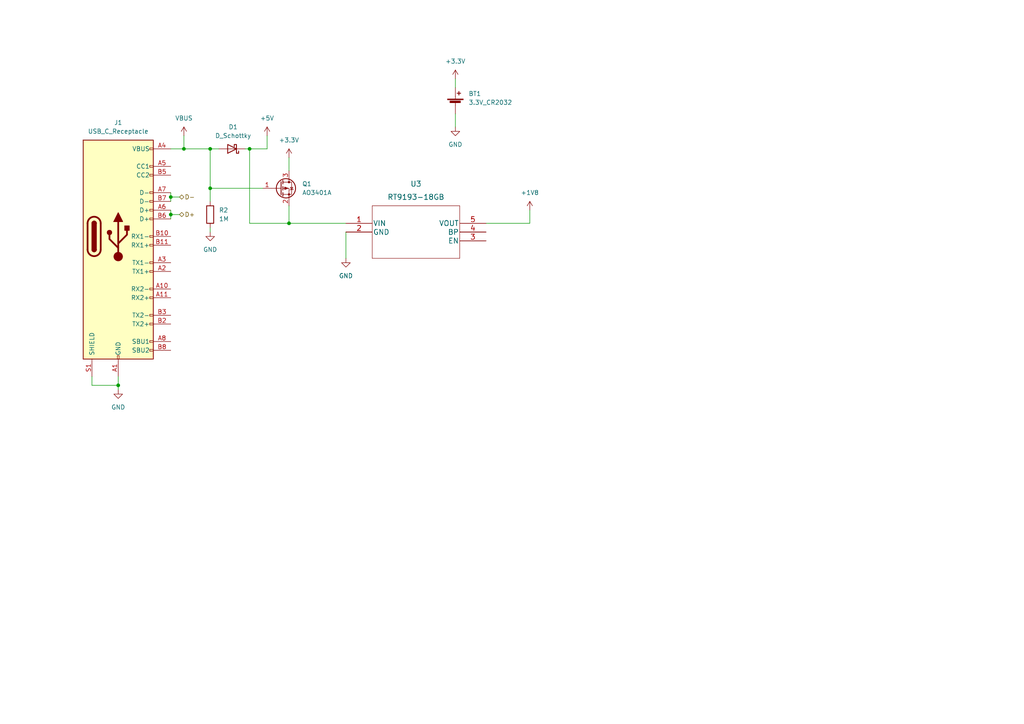
<source format=kicad_sch>
(kicad_sch (version 20211123) (generator eeschema)
  (paper "A4")
  (lib_symbols
    (symbol "Device:Battery_Cell" (pin_numbers hide) (pin_names (offset 0) hide)
      (property "Reference" "BT" (at 2.54 2.54 0))
      (property "Value" "Battery_Cell" (at 2.54 0 0))
      (symbol "Battery_Cell_0_1"
        (rectangle (start -2.286 1.778) (end 2.286 1.524) (fill (type outline)))
        (rectangle (start -1.5748 1.1938) (end 1.4732 0.6858) (fill (type outline)))
        (polyline (pts (xy 0 0.762) (xy 0 0)))
        (polyline (pts (xy 0 1.778) (xy 0 2.54)))
        (polyline (pts (xy 0.508 3.429) (xy 1.524 3.429)) (stroke (width 0.254)))
        (polyline (pts (xy 1.016 3.937) (xy 1.016 2.921)) (stroke (width 0.254)))
      )
      (symbol "Battery_Cell_1_1"
        (pin passive line (at 0 5.08 270) (length 2.54) (name "+") (number "1"))
        (pin passive line (at 0 -2.54 90) (length 2.54) (name "-") (number "2"))
      )
    )
    (symbol "Device:D_Schottky" (pin_numbers hide) (pin_names (offset 1.016) hide)
      (property "Reference" "D" (at 0 2.54 0))
      (property "Value" "D_Schottky" (at 0 -2.54 0))
      (symbol "D_Schottky_0_1"
        (polyline (pts (xy 1.27 0) (xy -1.27 0)))
        (polyline (pts (xy 1.27 1.27) (xy 1.27 -1.27) (xy -1.27 0) (xy 1.27 1.27)) (stroke (width 0.254)))
        (polyline (pts (xy -1.905 0.635) (xy -1.905 1.27) (xy -1.27 1.27) (xy -1.27 -1.27) (xy -0.635 -1.27) (xy -0.635 -0.635)) (stroke (width 0.254)))
      )
      (symbol "D_Schottky_1_1"
        (pin passive line (at -3.81 0 0) (length 2.54) (name "K") (number "1"))
        (pin passive line (at 3.81 0 180) (length 2.54) (name "A") (number "2"))
      )
    )
    (symbol "Device:R" (pin_numbers hide) (pin_names (offset 0))
      (property "Reference" "R" (at 2.032 0 90))
      (property "Value" "R" (at 0 0 90))
      (symbol "R_0_1"
        (rectangle (start -1.016 -2.54) (end 1.016 2.54) (stroke (width 0.254)))
      )
      (symbol "R_1_1"
        (pin passive line (at 0 3.81 270) (length 1.27) (name "~") (number "1"))
        (pin passive line (at 0 -3.81 90) (length 1.27) (name "~") (number "2"))
      )
    )
    (symbol "SB_Conn:USB_C_Receptacle" (pin_names (offset 1.016))
      (property "Reference" "J" (at -10.16 29.21 0))
      (property "Value" "USB_C_Receptacle" (at 10.16 29.21 0))
      (symbol "USB_C_Receptacle_0_0"
        (rectangle (start -0.254 -35.56) (end 0.254 -34.544))
        (rectangle (start 10.16 -32.766) (end 9.144 -33.274))
        (rectangle (start 10.16 -30.226) (end 9.144 -30.734))
        (rectangle (start 10.16 -25.146) (end 9.144 -25.654))
        (rectangle (start 10.16 -22.606) (end 9.144 -23.114))
        (rectangle (start 10.16 -17.526) (end 9.144 -18.034))
        (rectangle (start 10.16 -14.986) (end 9.144 -15.494))
        (rectangle (start 10.16 -9.906) (end 9.144 -10.414))
        (rectangle (start 10.16 -7.366) (end 9.144 -7.874))
        (rectangle (start 10.16 -2.286) (end 9.144 -2.794))
        (rectangle (start 10.16 0.254) (end 9.144 -0.254))
        (rectangle (start 10.16 5.334) (end 9.144 4.826))
        (rectangle (start 10.16 7.874) (end 9.144 7.366))
        (rectangle (start 10.16 10.414) (end 9.144 9.906))
        (rectangle (start 10.16 12.954) (end 9.144 12.446))
        (rectangle (start 10.16 18.034) (end 9.144 17.526))
        (rectangle (start 10.16 20.574) (end 9.144 20.066))
        (rectangle (start 10.16 25.654) (end 9.144 25.146))
      )
      (symbol "USB_C_Receptacle_0_1"
        (rectangle (start -10.16 27.94) (end 10.16 -35.56) (stroke (width 0.254)) (fill (type background)))
        (arc (start -8.89 -3.81) (mid -6.985 -5.715) (end -5.08 -3.81) (stroke (width 0.508)))
        (arc (start -7.62 -3.81) (mid -6.985 -4.445) (end -6.35 -3.81) (stroke (width 0.254)))
        (arc (start -7.62 -3.81) (mid -6.985 -4.445) (end -6.35 -3.81) (stroke (width 0.254)) (fill (type outline)))
        (rectangle (start -7.62 -3.81) (end -6.35 3.81) (stroke (width 0.254)) (fill (type outline)))
        (arc (start -6.35 3.81) (mid -6.985 4.445) (end -7.62 3.81) (stroke (width 0.254)))
        (arc (start -6.35 3.81) (mid -6.985 4.445) (end -7.62 3.81) (stroke (width 0.254)) (fill (type outline)))
        (arc (start -5.08 3.81) (mid -6.985 5.715) (end -8.89 3.81) (stroke (width 0.508)))
        (polyline (pts (xy -8.89 -3.81) (xy -8.89 3.81)) (stroke (width 0.508)))
        (polyline (pts (xy -5.08 3.81) (xy -5.08 -3.81)) (stroke (width 0.508)))
      )
      (symbol "USB_C_Receptacle_1_1"
        (circle (center -2.54 1.143) (radius 0.635) (stroke (width 0.254)) (fill (type outline)))
        (circle (center 0 -5.842) (radius 1.27) (fill (type outline)))
        (polyline (pts (xy 0 -5.842) (xy 0 4.318)) (stroke (width 0.508)))
        (polyline (pts (xy 0 -3.302) (xy -2.54 -0.762) (xy -2.54 0.508)) (stroke (width 0.508)))
        (polyline (pts (xy 0 -2.032) (xy 2.54 0.508) (xy 2.54 1.778)) (stroke (width 0.508)))
        (polyline (pts (xy -1.27 4.318) (xy 0 6.858) (xy 1.27 4.318) (xy -1.27 4.318)) (stroke (width 0.254)) (fill (type outline)))
        (rectangle (start 1.905 1.778) (end 3.175 3.048) (stroke (width 0.254)) (fill (type outline)))
        (pin passive line (at 0 -40.64 90) (length 5.08) (name "GND") (number "A1"))
        (pin bidirectional line (at 15.24 -15.24 180) (length 5.08) (name "RX2-") (number "A10"))
        (pin bidirectional line (at 15.24 -17.78 180) (length 5.08) (name "RX2+") (number "A11"))
        (pin passive line (at 0 -40.64 90) (length 5.08) hide (name "GND") (number "A12"))
        (pin bidirectional line (at 15.24 -10.16 180) (length 5.08) (name "TX1+") (number "A2"))
        (pin bidirectional line (at 15.24 -7.62 180) (length 5.08) (name "TX1-") (number "A3"))
        (pin passive line (at 15.24 25.4 180) (length 5.08) (name "VBUS") (number "A4"))
        (pin bidirectional line (at 15.24 20.32 180) (length 5.08) (name "CC1") (number "A5"))
        (pin bidirectional line (at 15.24 7.62 180) (length 5.08) (name "D+") (number "A6"))
        (pin bidirectional line (at 15.24 12.7 180) (length 5.08) (name "D-") (number "A7"))
        (pin bidirectional line (at 15.24 -30.48 180) (length 5.08) (name "SBU1") (number "A8"))
        (pin passive line (at 15.24 25.4 180) (length 5.08) hide (name "VBUS") (number "A9"))
        (pin passive line (at 0 -40.64 90) (length 5.08) hide (name "GND") (number "B1"))
        (pin bidirectional line (at 15.24 0 180) (length 5.08) (name "RX1-") (number "B10"))
        (pin bidirectional line (at 15.24 -2.54 180) (length 5.08) (name "RX1+") (number "B11"))
        (pin passive line (at 0 -40.64 90) (length 5.08) hide (name "GND") (number "B12"))
        (pin bidirectional line (at 15.24 -25.4 180) (length 5.08) (name "TX2+") (number "B2"))
        (pin bidirectional line (at 15.24 -22.86 180) (length 5.08) (name "TX2-") (number "B3"))
        (pin passive line (at 15.24 25.4 180) (length 5.08) hide (name "VBUS") (number "B4"))
        (pin bidirectional line (at 15.24 17.78 180) (length 5.08) (name "CC2") (number "B5"))
        (pin bidirectional line (at 15.24 5.08 180) (length 5.08) (name "D+") (number "B6"))
        (pin bidirectional line (at 15.24 10.16 180) (length 5.08) (name "D-") (number "B7"))
        (pin bidirectional line (at 15.24 -33.02 180) (length 5.08) (name "SBU2") (number "B8"))
        (pin passive line (at 15.24 25.4 180) (length 5.08) hide (name "VBUS") (number "B9"))
        (pin passive line (at -7.62 -40.64 90) (length 5.08) (name "SHIELD") (number "S1"))
      )
    )
    (symbol "SB_IC:RT9193-18GB" (pin_names (offset 0.254))
      (property "Reference" "U" (at 20.32 10.16 0))
      (property "Value" "RT9193-18GB" (at 20.32 7.62 0))
      (symbol "RT9193-18GB_1_1"
        (polyline (pts (xy 7.62 -10.16) (xy 33.02 -10.16)) (stroke (width 0.127)))
        (polyline (pts (xy 7.62 5.08) (xy 7.62 -10.16)) (stroke (width 0.127)))
        (polyline (pts (xy 33.02 -10.16) (xy 33.02 5.08)) (stroke (width 0.127)))
        (polyline (pts (xy 33.02 5.08) (xy 7.62 5.08)) (stroke (width 0.127)))
        (pin power_in line (at 0 0 0) (length 7.62) (name "VIN") (number "1"))
        (pin power_in line (at 0 -2.54 0) (length 7.62) (name "GND") (number "2"))
        (pin input line (at 40.64 -5.08 180) (length 7.62) (name "EN") (number "3"))
        (pin passive line (at 40.64 -2.54 180) (length 7.62) (name "BP") (number "4"))
        (pin output line (at 40.64 0 180) (length 7.62) (name "VOUT") (number "5"))
      )
    )
    (symbol "Transistor_FET:AO3401A" (pin_names hide)
      (property "Reference" "Q" (at 5.08 1.905 0))
      (property "Value" "AO3401A" (at 5.08 0 0))
      (symbol "AO3401A_0_1"
        (polyline (pts (xy 0.254 0) (xy -2.54 0)))
        (polyline (pts (xy 0.254 1.905) (xy 0.254 -1.905)) (stroke (width 0.254)))
        (polyline (pts (xy 0.762 -1.27) (xy 0.762 -2.286)) (stroke (width 0.254)))
        (polyline (pts (xy 0.762 0.508) (xy 0.762 -0.508)) (stroke (width 0.254)))
        (polyline (pts (xy 0.762 2.286) (xy 0.762 1.27)) (stroke (width 0.254)))
        (polyline (pts (xy 2.54 2.54) (xy 2.54 1.778)))
        (polyline (pts (xy 2.54 -2.54) (xy 2.54 0) (xy 0.762 0)))
        (polyline (pts (xy 0.762 1.778) (xy 3.302 1.778) (xy 3.302 -1.778) (xy 0.762 -1.778)))
        (polyline (pts (xy 2.286 0) (xy 1.27 0.381) (xy 1.27 -0.381) (xy 2.286 0)) (fill (type outline)))
        (polyline (pts (xy 2.794 -0.508) (xy 2.921 -0.381) (xy 3.683 -0.381) (xy 3.81 -0.254)))
        (polyline (pts (xy 3.302 -0.381) (xy 2.921 0.254) (xy 3.683 0.254) (xy 3.302 -0.381)))
        (circle (center 1.651 0) (radius 2.794) (stroke (width 0.254)))
        (circle (center 2.54 -1.778) (radius 0.254) (fill (type outline)))
        (circle (center 2.54 1.778) (radius 0.254) (fill (type outline)))
      )
      (symbol "AO3401A_1_1"
        (pin input line (at -5.08 0 0) (length 2.54) (name "G") (number "1"))
        (pin passive line (at 2.54 -5.08 90) (length 2.54) (name "S") (number "2"))
        (pin passive line (at 2.54 5.08 270) (length 2.54) (name "D") (number "3"))
      )
    )
    (symbol "power:+1V8" (power) (pin_names (offset 0))
      (property "Value" "+1V8" (at 0 3.556 0))
      (symbol "+1V8_0_1"
        (polyline (pts (xy -0.762 1.27) (xy 0 2.54)))
        (polyline (pts (xy 0 0) (xy 0 2.54)))
        (polyline (pts (xy 0 2.54) (xy 0.762 1.27)))
      )
      (symbol "+1V8_1_1"
        (pin power_in line (at 0 0 90) (length 0) hide (name "+1V8") (number "1"))
      )
    )
    (symbol "power:+3.3V" (power) (pin_names (offset 0))
      (property "Value" "+3.3V" (at 0 3.556 0))
      (symbol "+3.3V_0_1"
        (polyline (pts (xy -0.762 1.27) (xy 0 2.54)))
        (polyline (pts (xy 0 0) (xy 0 2.54)))
        (polyline (pts (xy 0 2.54) (xy 0.762 1.27)))
      )
      (symbol "+3.3V_1_1"
        (pin power_in line (at 0 0 90) (length 0) hide (name "+3.3V") (number "1"))
      )
    )
    (symbol "power:+5V" (power) (pin_names (offset 0))
      (property "Value" "+5V" (at 0 3.556 0))
      (symbol "+5V_0_1"
        (polyline (pts (xy -0.762 1.27) (xy 0 2.54)))
        (polyline (pts (xy 0 0) (xy 0 2.54)))
        (polyline (pts (xy 0 2.54) (xy 0.762 1.27)))
      )
      (symbol "+5V_1_1"
        (pin power_in line (at 0 0 90) (length 0) hide (name "+5V") (number "1"))
      )
    )
    (symbol "power:GND" (power) (pin_names (offset 0))
      (property "Value" "GND" (at 0 -3.81 0))
      (symbol "GND_0_1"
        (polyline (pts (xy 0 0) (xy 0 -1.27) (xy 1.27 -1.27) (xy 0 -2.54) (xy -1.27 -1.27) (xy 0 -1.27)))
      )
      (symbol "GND_1_1"
        (pin power_in line (at 0 0 270) (length 0) hide (name "GND") (number "1"))
      )
    )
    (symbol "power:VBUS" (power) (pin_names (offset 0))
      (property "Value" "VBUS" (at 0 3.81 0))
      (symbol "VBUS_0_1"
        (polyline (pts (xy -0.762 1.27) (xy 0 2.54)))
        (polyline (pts (xy 0 0) (xy 0 2.54)))
        (polyline (pts (xy 0 2.54) (xy 0.762 1.27)))
      )
      (symbol "VBUS_1_1"
        (pin power_in line (at 0 0 90) (length 0) hide (name "VBUS") (number "1"))
      )
    )
  )
  (junction (at 60.96 54.61))
  (junction (at 83.82 64.77))
  (junction (at 49.53 62.23))
  (junction (at 53.34 43.18))
  (junction (at 60.96 43.18))
  (junction (at 72.39 43.18))
  (junction (at 49.53 57.15))
  (junction (at 34.29 111.76))
  (wire (pts (xy 60.96 43.18) (xy 63.5 43.18)))
  (wire (pts (xy 34.29 109.22) (xy 34.29 111.76)))
  (wire (pts (xy 53.34 43.18) (xy 60.96 43.18)))
  (wire (pts (xy 60.96 66.04) (xy 60.96 67.31)))
  (wire (pts (xy 100.33 67.31) (xy 100.33 74.93)))
  (wire (pts (xy 34.29 111.76) (xy 34.29 113.03)))
  (wire (pts (xy 83.82 59.69) (xy 83.82 64.77)))
  (wire (pts (xy 53.34 39.37) (xy 53.34 43.18)))
  (wire (pts (xy 49.53 57.15) (xy 52.07 57.15)))
  (wire (pts (xy 77.47 43.18) (xy 77.47 39.37)))
  (wire (pts (xy 72.39 43.18) (xy 72.39 64.77)))
  (wire (pts (xy 76.2 54.61) (xy 60.96 54.61)))
  (wire (pts (xy 26.67 109.22) (xy 26.67 111.76)))
  (wire (pts (xy 72.39 43.18) (xy 77.47 43.18)))
  (wire (pts (xy 26.67 111.76) (xy 34.29 111.76)))
  (wire (pts (xy 132.08 33.02) (xy 132.08 36.83)))
  (wire (pts (xy 83.82 45.72) (xy 83.82 49.53)))
  (wire (pts (xy 140.97 64.77) (xy 153.67 64.77)))
  (wire (pts (xy 60.96 54.61) (xy 60.96 58.42)))
  (wire (pts (xy 153.67 64.77) (xy 153.67 60.96)))
  (wire (pts (xy 49.53 62.23) (xy 52.07 62.23)))
  (wire (pts (xy 71.12 43.18) (xy 72.39 43.18)))
  (wire (pts (xy 49.53 60.96) (xy 49.53 62.23)))
  (wire (pts (xy 72.39 64.77) (xy 83.82 64.77)))
  (wire (pts (xy 83.82 64.77) (xy 100.33 64.77)))
  (wire (pts (xy 49.53 57.15) (xy 49.53 58.42)))
  (wire (pts (xy 132.08 22.86) (xy 132.08 25.4)))
  (wire (pts (xy 49.53 62.23) (xy 49.53 63.5)))
  (wire (pts (xy 49.53 55.88) (xy 49.53 57.15)))
  (wire (pts (xy 60.96 54.61) (xy 60.96 43.18)))
  (wire (pts (xy 53.34 43.18) (xy 49.53 43.18)))
  (hierarchical_label "D+" (shape bidirectional) (at 52.07 62.23 0))
  (hierarchical_label "D-" (shape bidirectional) (at 52.07 57.15 0))
  (symbol (lib_id "SB_IC:RT9193-18GB") (at 100.33 64.77 0) (unit 1)
    (property "Reference" "U3" (at 120.65 53.34 0) (effects (font (size 1.524 1.524))))
    (property "Value" "RT9193-18GB" (at 120.65 57.15 0) (effects (font (size 1.524 1.524))))
    (property "Footprint" "Package_TO_SOT_SMD:SOT-23-5" (effects hide))
    (property "Datasheet" "https://www.richtek.com/assets/product_file/RT9193/DS9193-18.pdf" (effects hide))
  )
  (symbol (lib_id "Device:R") (at 60.96 62.23 0) (unit 1)
    (property "Reference" "R2" (at 63.5 60.9599 0) (effects (justify left)))
    (property "Value" "1M" (at 63.5 63.4999 0) (effects (justify left)))
    (property "Footprint" "Resistor_SMD:R_0402_1005Metric" (effects hide))
  )
  (symbol (lib_id "power:+3.3V") (at 83.82 45.72 0) (unit 1)
    (property "Reference" "#PWR0109" (effects hide))
    (property "Value" "+3.3V" (at 83.82 40.64 0))
  )
  (symbol (lib_id "power:GND") (at 100.33 74.93 0) (unit 1)
    (property "Reference" "#PWR0110" (effects hide))
    (property "Value" "GND" (at 100.33 80.01 0))
  )
  (symbol (lib_id "power:+3.3V") (at 132.08 22.86 0) (unit 1)
    (property "Reference" "#PWR0112" (effects hide))
    (property "Value" "+3.3V" (at 132.08 17.78 0))
  )
  (symbol (lib_id "power:VBUS") (at 53.34 39.37 0) (unit 1)
    (property "Reference" "#PWR0108" (effects hide))
    (property "Value" "VBUS" (at 53.34 34.29 0))
  )
  (symbol (lib_id "Transistor_FET:AO3401A") (at 81.28 54.61 0) (unit 1)
    (property "Reference" "Q1" (at 87.63 53.3399 0) (effects (justify left)))
    (property "Value" "AO3401A" (at 87.63 55.8799 0) (effects (justify left)))
    (property "Footprint" "Package_TO_SOT_SMD:SOT-23" (effects hide))
    (property "Datasheet" "http://www.aosmd.com/pdfs/datasheet/AO3401A.pdf" (effects hide))
  )
  (symbol (lib_id "SB_Conn:USB_C_Receptacle") (at 34.29 68.58 0) (unit 1)
    (property "Reference" "J1" (at 34.29 35.56 0))
    (property "Value" "USB_C_Receptacle" (at 34.29 38.1 0))
    (property "Footprint" "SB_Conn:USB_C_Receptacle_XKB_U262-16XN-4BVC11" (effects hide))
    (property "Datasheet" "https://www.usb.org/sites/default/files/documents/usb_type-c.zip" (effects hide))
  )
  (symbol (lib_id "power:GND") (at 34.29 113.03 0) (unit 1)
    (property "Reference" "#PWR0105" (effects hide))
    (property "Value" "GND" (at 34.29 118.11 0))
  )
  (symbol (lib_id "Device:Battery_Cell") (at 132.08 30.48 0) (unit 1)
    (property "Reference" "BT1" (at 135.89 27.1779 0) (effects (justify left)))
    (property "Value" "3.3V_CR2032" (at 135.89 29.7179 0) (effects (justify left)))
    (property "Footprint" "Battery:BatteryHolder_Keystone_1060_1x2032" (effects hide))
  )
  (symbol (lib_id "Device:D_Schottky") (at 67.31 43.18 180) (unit 1)
    (property "Reference" "D1" (at 67.6275 36.83 0))
    (property "Value" "D_Schottky" (at 67.6275 39.37 0))
  )
  (symbol (lib_id "power:GND") (at 60.96 67.31 0) (unit 1)
    (property "Reference" "#PWR04" (effects hide))
    (property "Value" "GND" (at 60.96 72.39 0))
  )
  (symbol (lib_id "power:+1V8") (at 153.67 60.96 0) (unit 1)
    (property "Reference" "#PWR0113" (effects hide))
    (property "Value" "+1V8" (at 153.67 55.88 0))
  )
  (symbol (lib_id "power:GND") (at 132.08 36.83 0) (unit 1)
    (property "Reference" "#PWR0111" (effects hide))
    (property "Value" "GND" (at 132.08 41.91 0))
  )
  (symbol (lib_id "power:+5V") (at 77.47 39.37 0) (unit 1)
    (property "Reference" "#PWR0106" (effects hide))
    (property "Value" "+5V" (at 77.47 34.29 0))
  )
)
</source>
